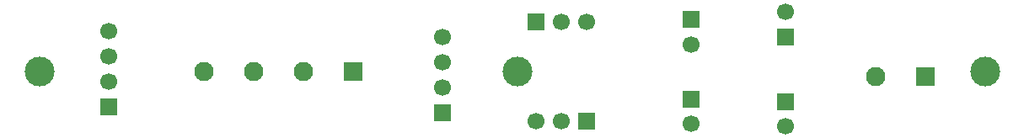
<source format=gtl>
G04*
G04 #@! TF.GenerationSoftware,Altium Limited,Altium Designer,23.2.1 (34)*
G04*
G04 Layer_Physical_Order=1*
G04 Layer_Color=255*
%FSLAX25Y25*%
%MOIN*%
G70*
G04*
G04 #@! TF.SameCoordinates,0B46A028-55CD-44D3-B25E-2AE8110CF676*
G04*
G04*
G04 #@! TF.FilePolarity,Positive*
G04*
G01*
G75*
%ADD17C,0.06693*%
%ADD18R,0.06693X0.06693*%
%ADD22C,0.11811*%
%ADD23R,0.06693X0.06693*%
%ADD24C,0.07677*%
%ADD25R,0.07677X0.07677*%
D17*
X499685Y127953D02*
D03*
X509685D02*
D03*
X598425Y171260D02*
D03*
X509685Y167323D02*
D03*
X519685D02*
D03*
X462598Y161417D02*
D03*
Y141417D02*
D03*
Y151417D02*
D03*
X598425Y125984D02*
D03*
X561024Y126969D02*
D03*
X330709Y153543D02*
D03*
Y143543D02*
D03*
Y163543D02*
D03*
X561024Y158465D02*
D03*
D18*
X598425Y161417D02*
D03*
X462598Y131417D02*
D03*
X598425Y135827D02*
D03*
X561024Y136811D02*
D03*
X330709Y133543D02*
D03*
X561024Y168307D02*
D03*
D22*
X303150Y147638D02*
D03*
X492126D02*
D03*
X677165D02*
D03*
D23*
X519685Y127953D02*
D03*
X499685Y167323D02*
D03*
D24*
X633858Y145669D02*
D03*
X407480Y147638D02*
D03*
X387795D02*
D03*
X368110D02*
D03*
D25*
X653543Y145669D02*
D03*
X427165Y147638D02*
D03*
M02*

</source>
